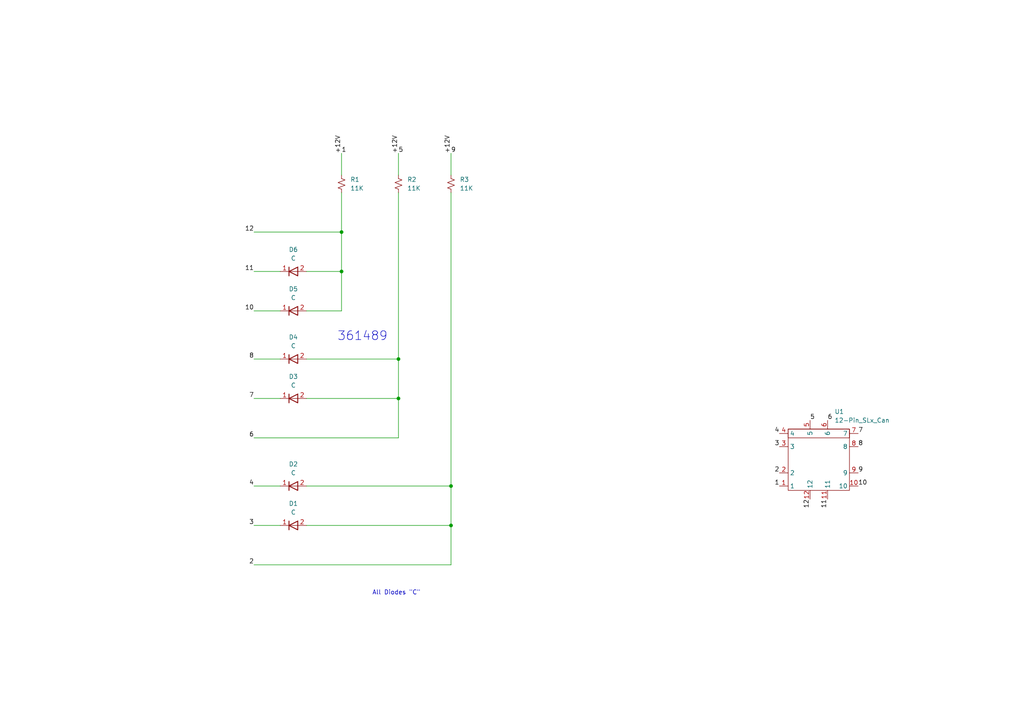
<source format=kicad_sch>
(kicad_sch (version 20211123) (generator eeschema)
  (paper "A4")
  (lib_symbols
    (symbol "Device:R_Small_US" (pin_numbers hide) (pin_names (offset 0.254) hide)
      (property "Reference" "R" (at 0.762 0.508 0))
      (property "Value" "R_Small_US" (at 0.762 -1.016 0))
      (symbol "R_Small_US_1_1"
        (polyline (pts (xy 0 0) (xy 1.016 -0.381) (xy 0 -0.762) (xy -1.016 -1.143) (xy 0 -1.524)))
        (polyline (pts (xy 0 1.524) (xy 1.016 1.143) (xy 0 0.762) (xy -1.016 0.381) (xy 0 0)))
        (pin passive line (at 0 2.54 270) (length 1.016) (name "~") (number "1"))
        (pin passive line (at 0 -2.54 90) (length 1.016) (name "~") (number "2"))
      )
    )
    (symbol "IBM_SLT-SLD:12-Pin_SLx_Can"
      (property "Reference" "U" (at 0 -2.54 0))
      (property "Value" "12-Pin_SLx_Can" (at 0 0 0))
      (symbol "12-Pin_SLx_Can_0_1"
        (rectangle (start -8.89 8.89) (end 8.89 -8.89))
        (rectangle (start -8.89 8.89) (end 8.89 6.35))
      )
      (symbol "12-Pin_SLx_Can_1_1"
        (pin passive line (at -11.43 -7.62 0) (length 2.54) (name "1") (number "1"))
        (pin passive line (at 11.43 -7.62 180) (length 2.54) (name "10") (number "10"))
        (pin passive line (at 2.54 -11.43 90) (length 2.54) (name "11") (number "11"))
        (pin passive line (at -2.54 -11.43 90) (length 2.54) (name "12") (number "12"))
        (pin passive line (at -11.43 -3.81 0) (length 2.54) (name "2") (number "2"))
        (pin passive line (at -11.43 3.81 0) (length 2.54) (name "3") (number "3"))
        (pin passive line (at -11.43 7.62 0) (length 2.54) (name "4") (number "4"))
        (pin passive line (at -2.54 11.43 270) (length 2.54) (name "5") (number "5"))
        (pin passive line (at 2.54 11.43 270) (length 2.54) (name "6") (number "6"))
        (pin passive line (at 11.43 7.62 180) (length 2.54) (name "7") (number "7"))
        (pin passive line (at 11.43 3.81 180) (length 2.54) (name "8") (number "8"))
        (pin passive line (at 11.43 -3.81 180) (length 2.54) (name "9") (number "9"))
      )
    )
    (symbol "IBM_SLT-SLD:IBM_Diode"
      (property "Reference" "D" (at 0 5.08 0))
      (property "Value" "IBM_Diode" (at 0 2.54 0))
      (symbol "IBM_Diode_0_1"
        (polyline (pts (xy -1.27 1.27) (xy -1.27 -1.27)) (stroke (width 0.254)))
        (polyline (pts (xy 1.27 0) (xy -1.27 0)))
        (polyline (pts (xy 1.27 1.27) (xy 1.27 -1.27) (xy -1.27 0) (xy 1.27 1.27)) (stroke (width 0.254)))
      )
      (symbol "IBM_Diode_1_1"
        (pin passive line (at -3.81 0 0) (length 2.54) (name "K") (number "1"))
        (pin passive line (at 3.81 0 180) (length 2.54) (name "A") (number "2"))
      )
    )
  )
  (junction (at 115.57 104.14))
  (junction (at 130.81 152.4))
  (junction (at 99.06 78.74))
  (junction (at 99.06 67.31))
  (junction (at 130.81 140.97))
  (junction (at 115.57 115.57))
  (wire (pts (xy 115.57 44.45) (xy 115.57 50.8)))
  (wire (pts (xy 88.9 152.4) (xy 130.81 152.4)))
  (wire (pts (xy 115.57 104.14) (xy 115.57 115.57)))
  (wire (pts (xy 88.9 115.57) (xy 115.57 115.57)))
  (wire (pts (xy 73.66 90.17) (xy 81.28 90.17)))
  (wire (pts (xy 130.81 140.97) (xy 130.81 152.4)))
  (wire (pts (xy 130.81 44.45) (xy 130.81 50.8)))
  (wire (pts (xy 115.57 55.88) (xy 115.57 104.14)))
  (wire (pts (xy 115.57 115.57) (xy 115.57 127)))
  (wire (pts (xy 73.66 104.14) (xy 81.28 104.14)))
  (wire (pts (xy 73.66 140.97) (xy 81.28 140.97)))
  (wire (pts (xy 88.9 104.14) (xy 115.57 104.14)))
  (wire (pts (xy 130.81 152.4) (xy 130.81 163.83)))
  (wire (pts (xy 130.81 55.88) (xy 130.81 140.97)))
  (wire (pts (xy 88.9 140.97) (xy 130.81 140.97)))
  (wire (pts (xy 73.66 78.74) (xy 81.28 78.74)))
  (wire (pts (xy 88.9 78.74) (xy 99.06 78.74)))
  (wire (pts (xy 99.06 55.88) (xy 99.06 67.31)))
  (wire (pts (xy 73.66 127) (xy 115.57 127)))
  (wire (pts (xy 73.66 67.31) (xy 99.06 67.31)))
  (wire (pts (xy 73.66 163.83) (xy 130.81 163.83)))
  (wire (pts (xy 99.06 67.31) (xy 99.06 78.74)))
  (wire (pts (xy 99.06 44.45) (xy 99.06 50.8)))
  (wire (pts (xy 73.66 152.4) (xy 81.28 152.4)))
  (wire (pts (xy 99.06 90.17) (xy 99.06 78.74)))
  (wire (pts (xy 88.9 90.17) (xy 99.06 90.17)))
  (wire (pts (xy 73.66 115.57) (xy 81.28 115.57)))
  (text "All Diodes \"C\"" (at 107.95 172.72 0) (effects (font (size 1.27 1.27)) (justify left bottom)))
  (text "361489" (at 97.79 99.06 0) (effects (font (size 2.54 2.54)) (justify left bottom)))
  (label "8" (at 73.66 104.14 180))
  (label "9" (at 248.92 137.16 0))
  (label "7" (at 248.92 125.73 0))
  (label "5" (at 115.57 44.45 0))
  (label "+12V" (at 99.06 44.45 90))
  (label "5" (at 234.95 121.92 0))
  (label "11" (at 240.03 144.78 270))
  (label "7" (at 73.66 115.57 180))
  (label "12" (at 73.66 67.31 180))
  (label "2" (at 73.66 163.83 180))
  (label "6" (at 73.66 127 180))
  (label "4" (at 226.06 125.73 180))
  (label "10" (at 248.92 140.97 0))
  (label "+12V" (at 115.57 44.45 90))
  (label "11" (at 73.66 78.74 180))
  (label "3" (at 226.06 129.54 180))
  (label "+12V" (at 130.81 44.45 90))
  (label "8" (at 248.92 129.54 0))
  (label "1" (at 226.06 140.97 180))
  (label "1" (at 99.06 44.45 0))
  (label "12" (at 234.95 144.78 270))
  (label "4" (at 73.66 140.97 180))
  (label "10" (at 73.66 90.17 180))
  (label "3" (at 73.66 152.4 180))
  (label "2" (at 226.06 137.16 180))
  (label "9" (at 130.81 44.45 0))
  (label "6" (at 240.03 121.92 0))
  (symbol (lib_id "IBM_SLT-SLD:IBM_Diode") (at 85.09 78.74 0) (unit 1)
    (property "Reference" "D6" (at 85.09 72.39 0))
    (property "Value" "C" (at 85.09 74.93 0))
    (property "Footprint" "Diode_SMD:D_0201_0603Metric" (effects hide))
  )
  (symbol (lib_id "IBM_SLT-SLD:IBM_Diode") (at 85.09 90.17 0) (unit 1)
    (property "Reference" "D5" (at 85.09 83.82 0))
    (property "Value" "C" (at 85.09 86.36 0))
    (property "Footprint" "Diode_SMD:D_0201_0603Metric" (effects hide))
  )
  (symbol (lib_id "Device:R_Small_US") (at 99.06 53.34 0) (unit 1)
    (property "Reference" "R1" (at 101.6 52.0699 0) (effects (justify left)))
    (property "Value" "11K" (at 101.6 54.6099 0) (effects (justify left)))
    (property "Footprint" "Resistor_SMD:R_0201_0603Metric" (effects hide))
  )
  (symbol (lib_id "IBM_SLT-SLD:IBM_Diode") (at 85.09 104.14 0) (unit 1)
    (property "Reference" "D4" (at 85.09 97.79 0))
    (property "Value" "C" (at 85.09 100.33 0))
    (property "Footprint" "Diode_SMD:D_0201_0603Metric" (effects hide))
  )
  (symbol (lib_id "IBM_SLT-SLD:12-Pin_SLx_Can") (at 237.49 133.35 0) (unit 1)
    (property "Reference" "U1" (at 242.0494 119.38 0) (effects (justify left)))
    (property "Value" "12-Pin_SLx_Can" (at 242.0494 121.92 0) (effects (justify left)))
    (property "Footprint" "IBM_SLT-SLD:12-Pin_SLx_Can" (effects hide))
  )
  (symbol (lib_id "IBM_SLT-SLD:IBM_Diode") (at 85.09 152.4 0) (unit 1)
    (property "Reference" "D1" (at 85.09 146.05 0))
    (property "Value" "C" (at 85.09 148.59 0))
    (property "Footprint" "Diode_SMD:D_0201_0603Metric" (effects hide))
  )
  (symbol (lib_id "IBM_SLT-SLD:IBM_Diode") (at 85.09 140.97 0) (unit 1)
    (property "Reference" "D2" (at 85.09 134.62 0))
    (property "Value" "C" (at 85.09 137.16 0))
    (property "Footprint" "Diode_SMD:D_0201_0603Metric" (effects hide))
  )
  (symbol (lib_id "IBM_SLT-SLD:IBM_Diode") (at 85.09 115.57 0) (unit 1)
    (property "Reference" "D3" (at 85.09 109.22 0))
    (property "Value" "C" (at 85.09 111.76 0))
    (property "Footprint" "Diode_SMD:D_0201_0603Metric" (effects hide))
  )
  (symbol (lib_id "Device:R_Small_US") (at 130.81 53.34 0) (unit 1)
    (property "Reference" "R3" (at 133.35 52.0699 0) (effects (justify left)))
    (property "Value" "11K" (at 133.35 54.6099 0) (effects (justify left)))
    (property "Footprint" "Resistor_SMD:R_0201_0603Metric" (effects hide))
  )
  (symbol (lib_id "Device:R_Small_US") (at 115.57 53.34 0) (unit 1)
    (property "Reference" "R2" (at 118.11 52.0699 0) (effects (justify left)))
    (property "Value" "11K" (at 118.11 54.6099 0) (effects (justify left)))
    (property "Footprint" "Resistor_SMD:R_0201_0603Metric" (effects hide))
  )
)
</source>
